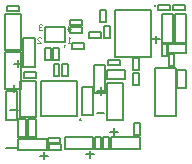
<source format=gbr>
%FSLAX35Y35*%
%MOIN*%
G04 EasyPC Gerber Version 18.0.9 Build 3640 *
%ADD17C,0.00100*%
%ADD10C,0.00500*%
%ADD16C,0.00600*%
X0Y0D02*
D02*
D10*
X1175Y49456D02*
Y47556D01*
X5175*
Y49456*
X1175*
X2137Y14600D02*
X4637D01*
X2137Y21850D02*
X4637D01*
X3387Y20600D02*
Y23100D01*
X3437Y30139D02*
X5937D01*
X4566Y20887D02*
X766D01*
Y11287*
X4566*
Y20887*
X4637Y5650D02*
X7437D01*
Y11650*
X4637*
Y5650*
X4687Y28889D02*
Y31389D01*
X5487Y12200D02*
X10787D01*
Y24500*
X5487*
Y12200*
X5807Y33896D02*
X507D01*
Y21596*
X5807*
Y33896*
X5817Y46856D02*
X517D01*
Y34556*
X5817*
Y46856*
X6537Y29089D02*
X10337D01*
Y38689*
X6537*
Y29089*
X6637Y27250D02*
Y25350D01*
X10637*
Y27250*
X6637*
X8037Y5650D02*
X10837D01*
Y11650*
X8037*
Y5650*
X13387Y-1750D02*
Y750D01*
X14437Y1350D02*
Y5150D01*
X4837*
Y1350*
X14437*
X14637Y-500D02*
X12137D01*
X14886Y5487D02*
Y3587D01*
X18886*
Y5487*
X14886*
X14945Y3250D02*
Y1350D01*
X18945*
Y3250*
X14945*
X15637Y35350D02*
X13737D01*
Y31350*
X15637*
Y35350*
X16637Y26160D02*
X18537D01*
Y30160*
X16637*
Y26160*
X18437Y35350D02*
X16537D01*
Y31350*
X18437*
Y35350*
X19337Y26150D02*
X21237D01*
Y30150*
X19337*
Y26150*
X20337Y36151D02*
G75*
G02Y35757J-197D01*
G01*
G75*
G02Y36151J197*
G01*
Y42450D02*
X13644D01*
Y37332*
X20337*
Y42450*
X22120Y42233D02*
Y40333D01*
X26120*
Y42233*
X22120*
X22169Y44782D02*
Y42882D01*
X26169*
Y44782*
X22169*
X24337Y24478D02*
X12526D01*
Y12667*
X24337*
Y24478*
X25616Y11585D02*
G75*
G02X25419Y11289I-98J-148D01*
G01*
G75*
G02X25616Y11585I98J148*
G01*
X26837Y35150D02*
Y37050D01*
X22837*
Y35150*
X26837*
X28437Y40550D02*
Y38650D01*
X32437*
Y40550*
X28437*
X28787Y-1350D02*
Y1150D01*
X29719Y22467D02*
X25919D01*
Y12867*
X29719*
Y22467*
X29837Y1750D02*
Y5550D01*
X20237*
Y1750*
X29837*
X30037Y-100D02*
X27537D01*
X31037Y13800D02*
X33537D01*
X31037Y21050D02*
X33537D01*
X32037Y43950D02*
X33937D01*
Y47950*
X32037*
Y43950*
X32287Y19800D02*
Y22300D01*
X32337Y5709D02*
X30437D01*
Y1709*
X32337*
Y5709*
X33137Y1770D02*
X35037D01*
Y5770*
X33137*
Y1770*
X33337Y38750D02*
X35237D01*
Y42750*
X33337*
Y38750*
X33863Y29850D02*
X30063D01*
Y20250*
X33863*
Y29850*
X34387Y11400D02*
X39687D01*
Y23700*
X34387*
Y11400*
X35537Y7500D02*
X38037D01*
X35737Y5650D02*
Y1850D01*
X45337*
Y5650*
X35737*
X36787Y8750D02*
Y6250D01*
X37137Y48150D02*
Y32402D01*
X48948*
Y48150*
X37137*
X38737Y29550D02*
Y31450D01*
X34737*
Y29550*
X38737*
X40397Y25150D02*
Y27950D01*
X34397*
Y25150*
X40397*
X44900Y26904D02*
X43000D01*
Y22904*
X44900*
Y26904*
X45008Y31864D02*
X43108D01*
Y27864*
X45008*
Y31864*
X45437Y10350D02*
X43537D01*
Y6350*
X45437*
Y10350*
X49512Y38200D02*
X52012D01*
X50129Y49331D02*
G75*
G02X50522I197D01*
G01*
G75*
G02X50129I-197*
G01*
X50762Y36950D02*
Y39450D01*
X51337Y49850D02*
Y47950D01*
X55337*
Y49850*
X51337*
X52612Y37150D02*
X56412D01*
Y46750*
X52612*
Y37150*
X54487Y36756D02*
X52587D01*
Y32756*
X54487*
Y36756*
X54867Y36550D02*
Y33750D01*
X60867*
Y36550*
X54867*
X54937Y29250D02*
X56837D01*
Y33250*
X54937*
Y29250*
X57237Y28650D02*
Y12650D01*
X50237*
Y28650*
X57237*
X57837Y22050D02*
X60637D01*
Y28050*
X57837*
Y22050*
X60537Y47950D02*
Y49850D01*
X56537*
Y47950*
X60537*
X60737Y46750D02*
X56937D01*
Y37150*
X60737*
Y46750*
D02*
D16*
X4637Y2050D02*
X637D01*
D02*
D17*
X11213Y37013D02*
X12463D01*
X11369Y38107*
X11213Y38420*
X11369Y38732*
X11681Y38888*
X12150*
X12463Y38732*
X12700Y41500D02*
X12387Y41344D01*
X12075*
X11763Y41500*
X11606Y41813*
X11763Y42125*
X12075Y42281*
X12387*
X12075D02*
X11763Y42438D01*
X11606Y42750*
X11763Y43063*
X12075Y43219*
X12387*
X12700Y43063*
X21993Y37013D02*
X21368D01*
X21680D02*
Y38888D01*
X21993Y38576*
X21524Y40950D02*
Y42825D01*
X22305Y41575*
X21055*
X0Y0D02*
M02*

</source>
